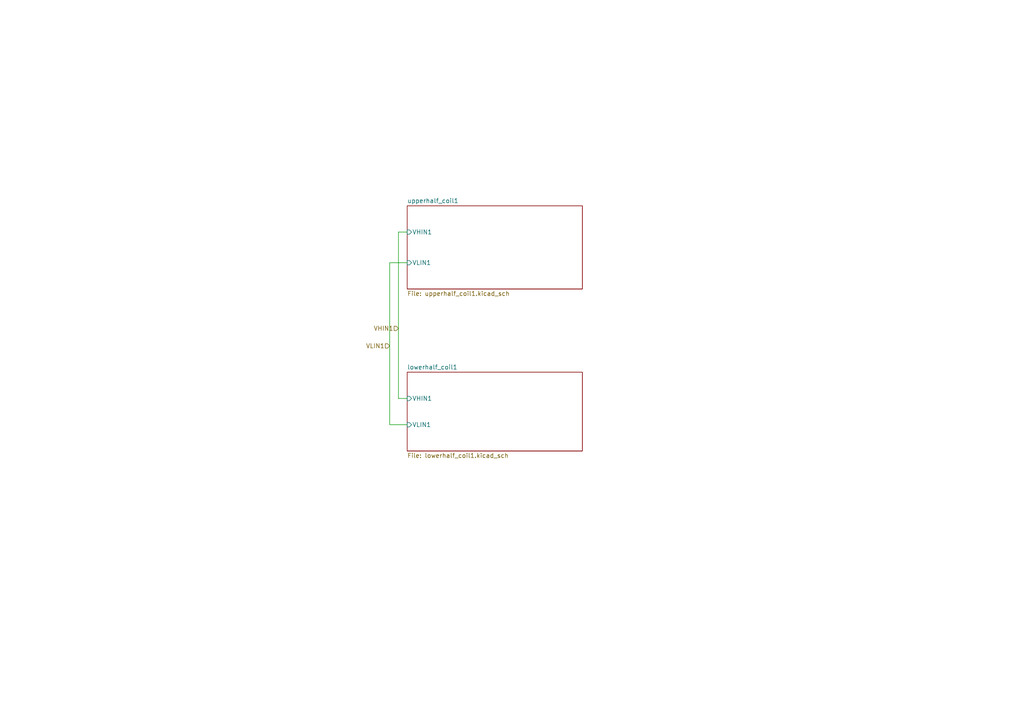
<source format=kicad_sch>
(kicad_sch
	(version 20231120)
	(generator "eeschema")
	(generator_version "8.0")
	(uuid "4f95675e-e5fe-45e6-851a-d3a5a68313d3")
	(paper "A4")
	(lib_symbols)
	(wire
		(pts
			(xy 113.03 76.2) (xy 113.03 123.19)
		)
		(stroke
			(width 0)
			(type default)
		)
		(uuid "0aed360d-8bce-407e-869a-1fc72fe7c895")
	)
	(wire
		(pts
			(xy 118.11 76.2) (xy 113.03 76.2)
		)
		(stroke
			(width 0)
			(type default)
		)
		(uuid "479e8fe8-1aa1-443e-9fc0-5f7f4e2af82f")
	)
	(wire
		(pts
			(xy 113.03 123.19) (xy 118.11 123.19)
		)
		(stroke
			(width 0)
			(type default)
		)
		(uuid "4f70dec6-8e41-4db8-ac00-e52bccc5e701")
	)
	(wire
		(pts
			(xy 115.57 115.57) (xy 118.11 115.57)
		)
		(stroke
			(width 0)
			(type default)
		)
		(uuid "87f6b7b5-4115-40d8-bd5a-af9bfff9edfd")
	)
	(wire
		(pts
			(xy 118.11 67.31) (xy 115.57 67.31)
		)
		(stroke
			(width 0)
			(type default)
		)
		(uuid "adbcd592-024c-4d2e-b7fe-d844cc7dd8ec")
	)
	(wire
		(pts
			(xy 115.57 67.31) (xy 115.57 115.57)
		)
		(stroke
			(width 0)
			(type default)
		)
		(uuid "eef5c6fb-ff20-4239-83e3-51ff70e6d67e")
	)
	(hierarchical_label "VLIN1"
		(shape input)
		(at 113.03 100.33 180)
		(fields_autoplaced yes)
		(effects
			(font
				(size 1.27 1.27)
			)
			(justify right)
		)
		(uuid "6bfe68db-100c-43ea-8336-da33ae889044")
	)
	(hierarchical_label "VHIN1"
		(shape input)
		(at 115.57 95.25 180)
		(fields_autoplaced yes)
		(effects
			(font
				(size 1.27 1.27)
			)
			(justify right)
		)
		(uuid "9fc3890c-017f-45c9-b600-914f0404f6a6")
	)
	(sheet
		(at 118.11 59.69)
		(size 50.8 24.13)
		(fields_autoplaced yes)
		(stroke
			(width 0.1524)
			(type solid)
		)
		(fill
			(color 0 0 0 0.0000)
		)
		(uuid "7018ac08-c3a8-4cbc-b696-0ff593babc1d")
		(property "Sheetname" "upperhalf_coil1"
			(at 118.11 58.9784 0)
			(effects
				(font
					(size 1.27 1.27)
				)
				(justify left bottom)
			)
		)
		(property "Sheetfile" "upperhalf_coil1.kicad_sch"
			(at 118.11 84.4046 0)
			(effects
				(font
					(size 1.27 1.27)
				)
				(justify left top)
			)
		)
		(pin "VLIN1" input
			(at 118.11 76.2 180)
			(effects
				(font
					(size 1.27 1.27)
				)
				(justify left)
			)
			(uuid "858b9980-41cf-4319-a541-af5fb3bedfde")
		)
		(pin "VHIN1" input
			(at 118.11 67.31 180)
			(effects
				(font
					(size 1.27 1.27)
				)
				(justify left)
			)
			(uuid "49ae746c-585e-49f4-a558-4f77bd5f46de")
		)
		(instances
			(project "simulatedpcb"
				(path "/edf94242-0cdc-4580-8fae-fd56a0fef1a3/e7939abf-f3c7-4c3c-afa8-080c8db56da1"
					(page "4")
				)
			)
		)
	)
	(sheet
		(at 118.11 107.95)
		(size 50.8 22.86)
		(fields_autoplaced yes)
		(stroke
			(width 0.1524)
			(type solid)
		)
		(fill
			(color 0 0 0 0.0000)
		)
		(uuid "ff65111a-30bc-4c3a-97e3-daa4c79b2ece")
		(property "Sheetname" "lowerhalf_coil1"
			(at 118.11 107.2384 0)
			(effects
				(font
					(size 1.27 1.27)
				)
				(justify left bottom)
			)
		)
		(property "Sheetfile" "lowerhalf_coil1.kicad_sch"
			(at 118.11 131.3946 0)
			(effects
				(font
					(size 1.27 1.27)
				)
				(justify left top)
			)
		)
		(pin "VHIN1" input
			(at 118.11 115.57 180)
			(effects
				(font
					(size 1.27 1.27)
				)
				(justify left)
			)
			(uuid "40d77194-5e94-4d3c-a552-e84c69f6b0be")
		)
		(pin "VLIN1" input
			(at 118.11 123.19 180)
			(effects
				(font
					(size 1.27 1.27)
				)
				(justify left)
			)
			(uuid "b82f1f8d-e3f4-42c4-a2b3-d865a2c11afc")
		)
		(instances
			(project "simulatedpcb"
				(path "/edf94242-0cdc-4580-8fae-fd56a0fef1a3/e7939abf-f3c7-4c3c-afa8-080c8db56da1"
					(page "5")
				)
			)
		)
	)
)

</source>
